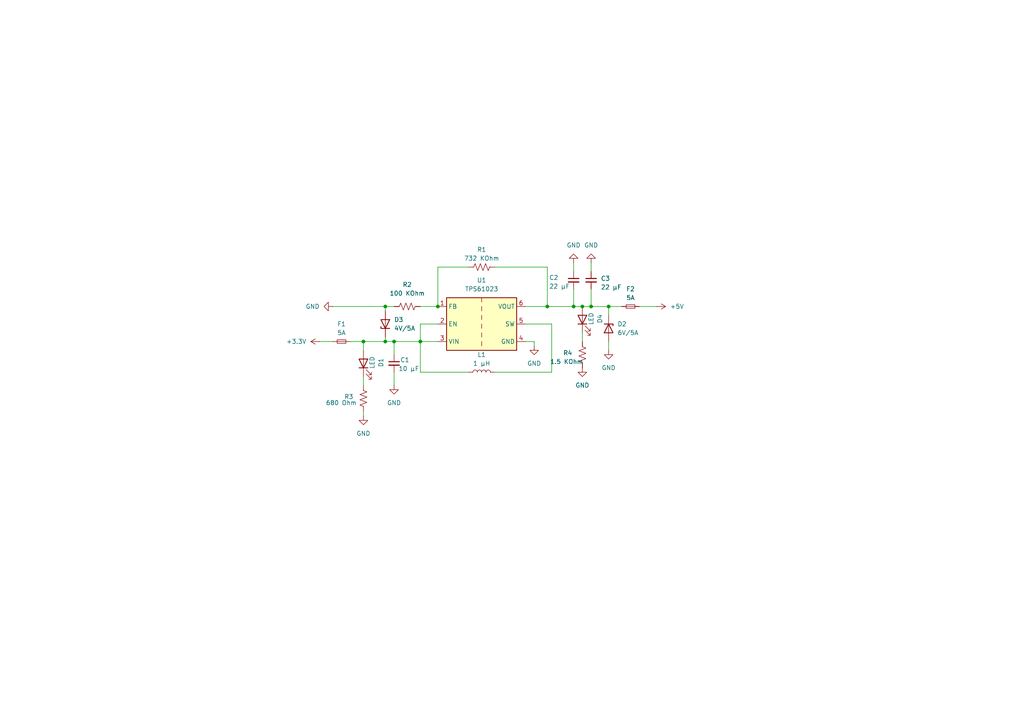
<source format=kicad_sch>
(kicad_sch (version 20250114) (generator "eeschema") (generator_version "9.0")
  (paper "A4")
  (title_block (title "PCI2USB") (date "2025-10-13") (rev "1.0.0") (company "3mdeb Sp. z o.o") (comment 1 "USB Power") (comment 2 "Jakub Sobota"))
  (lib_symbols
    (symbol "Device:C_Small" (pin_numbers (hide yes)) (pin_names (offset 0.254) (hide yes))
      (property "Reference" "C" (at 0.254 1.778 0))
      (property "Value" "C_Small" (at 0.254 -2.032 0))
      (symbol "C_Small_0_1"
        (polyline (pts (xy -1.524 0.508) (xy 1.524 0.508)) (stroke (width 0.3048)))
        (polyline (pts (xy -1.524 -0.508) (xy 1.524 -0.508)) (stroke (width 0.3302)))
      )
      (symbol "C_Small_1_1"
        (pin passive line (at 0 2.54 270) (length 2.032) (name "~") (number "1"))
        (pin passive line (at 0 -2.54 90) (length 2.032) (name "~") (number "2"))
      )
    )
    (symbol "Device:Fuse_Small" (pin_numbers (hide yes)) (pin_names (offset 0.254) (hide yes))
      (property "Reference" "F" (at 0 -1.524 0))
      (property "Value" "Fuse_Small" (at 0 1.524 0))
      (symbol "Fuse_Small_0_1"
        (rectangle (start -1.27 0.508) (end 1.27 -0.508))
        (polyline (pts (xy -1.27 0) (xy 1.27 0)))
      )
      (symbol "Fuse_Small_1_1"
        (pin passive line (at -2.54 0 0) (length 1.27) (name "~") (number "1"))
        (pin passive line (at 2.54 0 180) (length 1.27) (name "~") (number "2"))
      )
    )
    (symbol "Device:L" (pin_numbers (hide yes)) (pin_names (offset 1.016) (hide yes))
      (property "Reference" "L" (at -1.27 0 90))
      (property "Value" "L" (at 1.905 0 90))
      (symbol "L_0_1"
        (arc (start 0 2.54) (mid 0.6323 1.905) (end 0 1.27))
        (arc (start 0 1.27) (mid 0.6323 0.635) (end 0 0))
        (arc (start 0 0) (mid 0.6323 -0.635) (end 0 -1.27))
        (arc (start 0 -1.27) (mid 0.6323 -1.905) (end 0 -2.54))
      )
      (symbol "L_1_1"
        (pin passive line (at 0 3.81 270) (length 1.27) (name "1") (number "1"))
        (pin passive line (at 0 -3.81 90) (length 1.27) (name "2") (number "2"))
      )
    )
    (symbol "Device:LED" (pin_numbers (hide yes)) (pin_names (offset 1.016) (hide yes))
      (property "Reference" "D" (at 0 2.54 0))
      (property "Value" "LED" (at 0 -2.54 0))
      (symbol "LED_0_1"
        (polyline (pts (xy -3.048 -0.762) (xy -4.572 -2.286) (xy -3.81 -2.286) (xy -4.572 -2.286) (xy -4.572 -1.524)))
        (polyline (pts (xy -1.778 -0.762) (xy -3.302 -2.286) (xy -2.54 -2.286) (xy -3.302 -2.286) (xy -3.302 -1.524)))
        (polyline (pts (xy -1.27 0) (xy 1.27 0)))
        (polyline (pts (xy -1.27 -1.27) (xy -1.27 1.27)) (stroke (width 0.254)))
        (polyline (pts (xy 1.27 -1.27) (xy 1.27 1.27) (xy -1.27 0) (xy 1.27 -1.27)) (stroke (width 0.254)))
      )
      (symbol "LED_1_1"
        (pin passive line (at -3.81 0 0) (length 2.54) (name "K") (number "1"))
        (pin passive line (at 3.81 0 180) (length 2.54) (name "A") (number "2"))
      )
    )
    (symbol "Device:R_US" (pin_numbers (hide yes)) (pin_names (offset 0))
      (property "Reference" "R" (at 2.54 0 90))
      (property "Value" "R_US" (at -2.54 0 90))
      (symbol "R_US_0_1"
        (polyline (pts (xy 0 2.286) (xy 0 2.54)))
        (polyline (pts (xy 0 2.286) (xy 1.016 1.905) (xy 0 1.524) (xy -1.016 1.143) (xy 0 0.762)))
        (polyline (pts (xy 0 0.762) (xy 1.016 0.381) (xy 0 0) (xy -1.016 -0.381) (xy 0 -0.762)))
        (polyline (pts (xy 0 -0.762) (xy 1.016 -1.143) (xy 0 -1.524) (xy -1.016 -1.905) (xy 0 -2.286)))
        (polyline (pts (xy 0 -2.286) (xy 0 -2.54)))
      )
      (symbol "R_US_1_1"
        (pin passive line (at 0 3.81 270) (length 1.27) (name "~") (number "1"))
        (pin passive line (at 0 -3.81 90) (length 1.27) (name "~") (number "2"))
      )
    )
    (symbol "Diode:PTVS5V0Z1USK" (pin_numbers (hide yes)) (pin_names (hide yes))
      (property "Reference" "D" (at 0 2.54 0))
      (property "Value" "PTVS5V0Z1USK" (at 0 -2.54 0))
      (symbol "PTVS5V0Z1USK_0_1"
        (polyline (pts (xy -1.27 -1.27) (xy -1.27 1.27) (xy -0.762 1.27)) (stroke (width 0.254)))
        (polyline (pts (xy 1.27 0) (xy -1.27 0)))
        (polyline (pts (xy 1.27 -1.27) (xy 1.27 1.27) (xy -1.27 0) (xy 1.27 -1.27)) (stroke (width 0.254)))
      )
      (symbol "PTVS5V0Z1USK_1_1"
        (pin passive line (at -3.81 0 0) (length 2.54) (name "K") (number "1"))
        (pin passive line (at 3.81 0 180) (length 2.54) (name "A") (number "2"))
      )
    )
    (symbol "TPS61023:TPS61023"
      (property "Reference" "U" (at 0 11.43 0))
      (property "Value" "TPS61023" (at 0 8.89 0))
      (symbol "TPS61023_0_1"
        (rectangle (start -10.16 7.62) (end 10.16 -7.62) (stroke (width 0.254)) (fill (type background)))
        (polyline (pts (xy 0 7.62) (xy 0 6.35)))
        (polyline (pts (xy 0 5.08) (xy 0 3.81)))
        (polyline (pts (xy 0 2.54) (xy 0 1.27)))
        (polyline (pts (xy 0 0) (xy 0 -1.27)))
        (polyline (pts (xy 0 -2.54) (xy 0 -3.81)))
        (polyline (pts (xy 0 -5.08) (xy 0 -6.35)))
      )
      (symbol "TPS61023_1_1"
        (pin input line (at -12.7 5.08 0) (length 2.54) (name "FB") (number "1"))
        (pin input line (at -12.7 0 0) (length 2.54) (name "EN") (number "2"))
        (pin power_in line (at -12.7 -5.08 0) (length 2.54) (name "VIN") (number "3"))
        (pin power_out line (at 12.7 5.08 180) (length 2.54) (name "VOUT") (number "6"))
        (pin input line (at 12.7 0 180) (length 2.54) (name "SW") (number "5"))
        (pin power_in line (at 12.7 -5.08 180) (length 2.54) (name "GND") (number "4"))
      )
    )
    (symbol "power:+3.3V" (power) (pin_numbers (hide yes)) (pin_names (offset 0) (hide yes))
      (property "Value" "+3.3V" (at 0 3.556 0))
      (symbol "+3.3V_0_1"
        (polyline (pts (xy -0.762 1.27) (xy 0 2.54)))
        (polyline (pts (xy 0 2.54) (xy 0.762 1.27)))
        (polyline (pts (xy 0 0) (xy 0 2.54)))
      )
      (symbol "+3.3V_1_1"
        (pin power_in line (at 0 0 90) (length 0) (name "~") (number "1"))
      )
    )
    (symbol "power:+5V" (power) (pin_numbers (hide yes)) (pin_names (offset 0) (hide yes))
      (property "Value" "+5V" (at 0 3.556 0))
      (symbol "+5V_0_1"
        (polyline (pts (xy -0.762 1.27) (xy 0 2.54)))
        (polyline (pts (xy 0 2.54) (xy 0.762 1.27)))
        (polyline (pts (xy 0 0) (xy 0 2.54)))
      )
      (symbol "+5V_1_1"
        (pin power_in line (at 0 0 90) (length 0) (name "~") (number "1"))
      )
    )
    (symbol "power:GND" (power) (pin_numbers (hide yes)) (pin_names (offset 0) (hide yes))
      (property "Value" "GND" (at 0 -3.81 0))
      (symbol "GND_0_1"
        (polyline (pts (xy 0 0) (xy 0 -1.27) (xy 1.27 -1.27) (xy 0 -2.54) (xy -1.27 -1.27) (xy 0 -1.27)))
      )
      (symbol "GND_1_1"
        (pin power_in line (at 0 0 270) (length 0) (name "~") (number "1"))
      )
    )
  )
  (junction (at 176.53 88.9))
  (junction (at 158.75 88.9))
  (junction (at 111.76 99.06))
  (junction (at 121.92 99.06))
  (junction (at 114.3 99.06))
  (junction (at 105.41 99.06))
  (junction (at 171.45 88.9))
  (junction (at 127 88.9))
  (junction (at 111.76 88.9))
  (junction (at 166.37 88.9))
  (junction (at 168.91 88.9))
  (wire (pts (xy 160.02 107.95) (xy 160.02 93.98)))
  (wire (pts (xy 105.41 99.06) (xy 105.41 101.6)))
  (wire (pts (xy 127 88.9) (xy 127 77.47)))
  (wire (pts (xy 96.52 88.9) (xy 111.76 88.9)))
  (wire (pts (xy 176.53 88.9) (xy 180.34 88.9)))
  (wire (pts (xy 111.76 88.9) (xy 114.3 88.9)))
  (wire (pts (xy 135.89 107.95) (xy 121.92 107.95)))
  (wire (pts (xy 166.37 83.82) (xy 166.37 88.9)))
  (wire (pts (xy 143.51 107.95) (xy 160.02 107.95)))
  (wire (pts (xy 171.45 83.82) (xy 171.45 88.9)))
  (wire (pts (xy 111.76 99.06) (xy 114.3 99.06)))
  (wire (pts (xy 111.76 88.9) (xy 111.76 90.17)))
  (wire (pts (xy 158.75 88.9) (xy 166.37 88.9)))
  (wire (pts (xy 152.4 99.06) (xy 154.94 99.06)))
  (wire (pts (xy 114.3 107.95) (xy 114.3 111.76)))
  (wire (pts (xy 105.41 109.22) (xy 105.41 111.76)))
  (wire (pts (xy 168.91 88.9) (xy 171.45 88.9)))
  (wire (pts (xy 168.91 96.52) (xy 168.91 99.06)))
  (wire (pts (xy 121.92 93.98) (xy 121.92 99.06)))
  (wire (pts (xy 166.37 76.2) (xy 166.37 78.74)))
  (wire (pts (xy 176.53 99.06) (xy 176.53 101.6)))
  (wire (pts (xy 176.53 88.9) (xy 176.53 91.44)))
  (wire (pts (xy 114.3 99.06) (xy 121.92 99.06)))
  (wire (pts (xy 160.02 93.98) (xy 152.4 93.98)))
  (wire (pts (xy 185.42 88.9) (xy 190.5 88.9)))
  (wire (pts (xy 105.41 119.38) (xy 105.41 120.65)))
  (wire (pts (xy 121.92 88.9) (xy 127 88.9)))
  (wire (pts (xy 127 77.47) (xy 135.89 77.47)))
  (wire (pts (xy 171.45 76.2) (xy 171.45 78.74)))
  (wire (pts (xy 166.37 88.9) (xy 168.91 88.9)))
  (wire (pts (xy 121.92 99.06) (xy 127 99.06)))
  (wire (pts (xy 158.75 77.47) (xy 158.75 88.9)))
  (wire (pts (xy 114.3 99.06) (xy 114.3 102.87)))
  (wire (pts (xy 111.76 97.79) (xy 111.76 99.06)))
  (wire (pts (xy 92.71 99.06) (xy 96.52 99.06)))
  (wire (pts (xy 154.94 99.06) (xy 154.94 100.33)))
  (wire (pts (xy 171.45 88.9) (xy 176.53 88.9)))
  (wire (pts (xy 143.51 77.47) (xy 158.75 77.47)))
  (wire (pts (xy 121.92 107.95) (xy 121.92 99.06)))
  (wire (pts (xy 101.6 99.06) (xy 105.41 99.06)))
  (wire (pts (xy 105.41 99.06) (xy 111.76 99.06)))
  (wire (pts (xy 152.4 88.9) (xy 158.75 88.9)))
  (wire (pts (xy 127 93.98) (xy 121.92 93.98)))
  (symbol (lib_id "Device:L") (at 139.7 107.95 90) (unit 1)
    (property "Reference" "L1" (at 139.7 102.87 90))
    (property "Value" "1 μH" (at 139.7 105.41 90))
    (property "Footprint" "Inductor_SMD:L_Chilisin_BMRx00050515" (effects (hide yes)))
    (property "Datasheet" "https://www.mouser.pl/datasheet/3/508/1/BMRx_Series.pdf" (effects (hide yes)))
    (property "Description" "20%, 5A" (effects (hide yes)))
  )
  (symbol (lib_id "power:GND") (at 176.53 101.6 0) (unit 1)
    (property "Reference" "#PWR09" (effects (hide yes)))
    (property "Value" "GND" (at 176.53 106.68 0))
    (property "Description" "Power symbol creates a global label with name \"GND\" , ground" (effects (hide yes)))
  )
  (symbol (lib_id "power:GND") (at 171.45 76.2 180) (unit 1)
    (property "Reference" "#PWR08" (effects (hide yes)))
    (property "Value" "GND" (at 171.45 71.12 0))
    (property "Description" "Power symbol creates a global label with name \"GND\" , ground" (effects (hide yes)))
  )
  (symbol (lib_id "Device:R_US") (at 168.91 102.87 0) (unit 1)
    (property "Reference" "R4" (at 163.322 102.362 0) (effects (justify left)))
    (property "Value" "1.5 KOhm" (at 159.512 104.902 0) (effects (justify left)))
    (property "Footprint" "Resistor_SMD:R_0402_1005Metric_Pad0.72x0.64mm_HandSolder" (effects (hide yes)))
    (property "Datasheet" "https://www.vishay.com/docs/20035/dcrcwe3.pdf" (effects (hide yes)))
    (property "Description" "1%, 63mW" (effects (hide yes)))
  )
  (symbol (lib_id "Device:R_US") (at 105.41 115.57 0) (unit 1)
    (property "Reference" "R3" (at 99.822 115.062 0) (effects (justify left)))
    (property "Value" "680 Ohm" (at 94.488 116.84 0) (effects (justify left)))
    (property "Footprint" "Resistor_SMD:R_0402_1005Metric_Pad0.72x0.64mm_HandSolder" (effects (hide yes)))
    (property "Datasheet" "https://www.vishay.com/docs/20035/dcrcwe3.pdf" (effects (hide yes)))
    (property "Description" "1%, 63mW" (effects (hide yes)))
  )
  (symbol (lib_id "power:+5V") (at 190.5 88.9 270) (unit 1)
    (property "Reference" "#PWR010" (effects (hide yes)))
    (property "Value" "+5V" (at 194.31 88.8999 90) (effects (justify left)))
    (property "Description" "Power symbol creates a global label with name \"+5V\"" (effects (hide yes)))
  )
  (symbol (lib_id "power:GND") (at 168.91 106.68 0) (unit 1)
    (property "Reference" "#PWR07" (effects (hide yes)))
    (property "Value" "GND" (at 168.91 111.76 0))
    (property "Description" "Power symbol creates a global label with name \"GND\" , ground" (effects (hide yes)))
  )
  (symbol (lib_id "TPS61023:TPS61023") (at 139.7 93.98 0) (unit 1)
    (property "Reference" "U1" (at 139.7 81.28 0))
    (property "Value" "TPS61023" (at 139.7 83.82 0))
    (property "Footprint" "DC-DC_Converter:TPS61023" (effects (hide yes)))
    (property "Datasheet" "https://www.ti.com/lit/ds/symlink/tps61023.pdf" (effects (hide yes)))
    (property "Description" "3.7-A Boost Converter with 0.5-V Ultra-low Input Voltage" (effects (hide yes)))
  )
  (symbol (lib_id "Diode:PTVS5V0Z1USK") (at 111.76 93.98 90) (unit 1)
    (property "Reference" "D3" (at 114.3 92.7099 90) (effects (justify right)))
    (property "Value" "4V/5A" (at 114.3 95.2499 90) (effects (justify right)))
    (property "Footprint" "Diode_SMD:D_SOD-523" (effects (hide yes)))
    (property "Datasheet" "https://www.mouser.pl/datasheet/3/3736/1/3946363437334643344438333636453735383137424443343037353234384636.pdf" (effects (hide yes)))
    (property "Description" "4V/6.5V/5A" (effects (hide yes)))
  )
  (symbol (lib_id "Device:R_US") (at 118.11 88.9 90) (unit 1)
    (property "Reference" "R2" (at 118.11 82.55 90))
    (property "Value" "100 KOhm" (at 118.11 85.09 90))
    (property "Footprint" "Resistor_SMD:R_0603_1608Metric_Pad0.98x0.95mm_HandSolder" (effects (hide yes)))
    (property "Datasheet" "https://industrial.panasonic.com/cdbs/www-data/pdf/RDO0000/AOA0000C331.pdf" (effects (hide yes)))
    (property "Description" "1%, 200mW" (effects (hide yes)))
  )
  (symbol (lib_id "Device:LED") (at 168.91 92.71 90) (unit 1)
    (property "Reference" "D4" (at 173.99 92.456 0))
    (property "Value" "LED" (at 171.45 92.456 0))
    (property "Footprint" "LED_SMD:LED_0603_1608Metric_Pad1.05x0.95mm_HandSolder" (effects (hide yes)))
    (property "Datasheet" "https://www.mouser.pl/datasheet/3/308/1/APHD1608LSURCK.pdf" (effects (hide yes)))
    (property "Description" "RED Light emitting diode" (effects (hide yes)))
    (property "Sim.Pins" "1=K 2=A" (effects (hide yes)))
  )
  (symbol (lib_id "power:GND") (at 154.94 100.33 0) (unit 1)
    (property "Reference" "#PWR05" (effects (hide yes)))
    (property "Value" "GND" (at 154.94 105.41 0))
    (property "Description" "Power symbol creates a global label with name \"GND\" , ground" (effects (hide yes)))
  )
  (symbol (lib_id "power:GND") (at 105.41 120.65 0) (unit 1)
    (property "Reference" "#PWR03" (effects (hide yes)))
    (property "Value" "GND" (at 105.41 125.73 0))
    (property "Description" "Power symbol creates a global label with name \"GND\" , ground" (effects (hide yes)))
  )
  (symbol (lib_id "power:+3.3V") (at 92.71 99.06 90) (unit 1)
    (property "Reference" "#PWR01" (effects (hide yes)))
    (property "Value" "+3.3V" (at 88.9 99.0599 90) (effects (justify left)))
    (property "Description" "Power symbol creates a global label with name \"+3.3V\"" (effects (hide yes)))
  )
  (symbol (lib_id "Device:C_Small") (at 114.3 105.41 0) (unit 1)
    (property "Reference" "C1" (at 116.078 104.394 0) (effects (justify left)))
    (property "Value" "10 μF" (at 115.57 106.934 0) (effects (justify left)))
    (property "Footprint" "Capacitor_SMD:C_0805_2012Metric_Pad1.18x1.45mm_HandSolder" (effects (hide yes)))
    (property "Datasheet" "https://search.murata.co.jp/Ceramy/image/img/A01X/G101/ENG/GRM21BR70J106KA73-01A.pdf" (effects (hide yes)))
    (property "Description" "X7R, 10%, 6.3V" (effects (hide yes)))
  )
  (symbol (lib_id "power:GND") (at 96.52 88.9 270) (unit 1)
    (property "Reference" "#PWR02" (effects (hide yes)))
    (property "Value" "GND" (at 92.71 88.8999 90) (effects (justify right)))
    (property "Description" "Power symbol creates a global label with name \"GND\" , ground" (effects (hide yes)))
  )
  (symbol (lib_id "Diode:PTVS5V0Z1USK") (at 176.53 95.25 270) (unit 1)
    (property "Reference" "D2" (at 179.07 93.9799 90) (effects (justify left)))
    (property "Value" "6V/5A" (at 179.07 96.5199 90) (effects (justify left)))
    (property "Footprint" "Diode_SMD:D_SOD-523" (effects (hide yes)))
    (property "Datasheet" "https://www.mouser.pl/datasheet/3/3736/1/FFA64C26C476D1F4CE6B232A1F1091977EEA37920C5E016FF7236D6CCD3F512B.pdf" (effects (hide yes)))
    (property "Description" "6V/9V/5A" (effects (hide yes)))
  )
  (symbol (lib_id "Device:R_US") (at 139.7 77.47 90) (unit 1)
    (property "Reference" "R1" (at 139.7 72.39 90))
    (property "Value" "732 KOhm" (at 139.7 74.93 90))
    (property "Footprint" "Resistor_SMD:R_0603_1608Metric_Pad0.98x0.95mm_HandSolder" (effects (hide yes)))
    (property "Datasheet" "https://industrial.panasonic.com/cdbs/www-data/pdf/RDO0000/AOA0000C331.pdf" (effects (hide yes)))
    (property "Description" "1%, 200mW" (effects (hide yes)))
  )
  (symbol (lib_id "Device:Fuse_Small") (at 99.06 99.06 0) (unit 1)
    (property "Reference" "F1" (at 99.06 93.98 0))
    (property "Value" "5A" (at 99.06 96.52 0))
    (property "Footprint" "Fuse:Fuse_0603_1608Metric_Pad1.05x0.95mm_HandSolder" (effects (hide yes)))
    (property "Datasheet" "https://www.vishay.com/docs/28747/mfuserie.pdf" (effects (hide yes)))
    (property "Description" "Fast Act Fuse" (effects (hide yes)))
  )
  (symbol (lib_id "power:GND") (at 166.37 76.2 180) (unit 1)
    (property "Reference" "#PWR06" (effects (hide yes)))
    (property "Value" "GND" (at 166.37 71.12 0))
    (property "Description" "Power symbol creates a global label with name \"GND\" , ground" (effects (hide yes)))
  )
  (symbol (lib_id "Device:Fuse_Small") (at 182.88 88.9 0) (unit 1)
    (property "Reference" "F2" (at 182.88 83.82 0))
    (property "Value" "5A" (at 182.88 86.36 0))
    (property "Footprint" "Fuse:Fuse_0603_1608Metric_Pad1.05x0.95mm_HandSolder" (effects (hide yes)))
    (property "Datasheet" "https://www.vishay.com/docs/28747/mfuserie.pdf" (effects (hide yes)))
    (property "Description" "Fast Act Fuse" (effects (hide yes)))
  )
  (symbol (lib_id "power:GND") (at 114.3 111.76 0) (unit 1)
    (property "Reference" "#PWR04" (effects (hide yes)))
    (property "Value" "GND" (at 114.3 116.84 0))
    (property "Description" "Power symbol creates a global label with name \"GND\" , ground" (effects (hide yes)))
  )
  (symbol (lib_id "Device:C_Small") (at 166.37 81.28 0) (unit 1)
    (property "Reference" "C2" (at 159.258 80.518 0) (effects (justify left)))
    (property "Value" "22 μF" (at 159.258 83.058 0) (effects (justify left)))
    (property "Footprint" "Capacitor_SMD:C_0805_2012Metric_Pad1.18x1.45mm_HandSolder" (effects (hide yes)))
    (property "Datasheet" "https://www.samsungsem.com/resources/file/global/support/product_catalog/MLCC.pdf" (effects (hide yes)))
    (property "Description" "X5R, 10%, 6.3V" (effects (hide yes)))
  )
  (symbol (lib_id "Device:LED") (at 105.41 105.41 90) (unit 1)
    (property "Reference" "D1" (at 110.49 105.156 0))
    (property "Value" "LED" (at 107.95 105.156 0))
    (property "Footprint" "LED_SMD:LED_0603_1608Metric_Pad1.05x0.95mm_HandSolder" (effects (hide yes)))
    (property "Datasheet" "https://www.mouser.pl/datasheet/3/308/1/APHD1608LCGCK.pdf" (effects (hide yes)))
    (property "Description" "GREEN Light emitting diode" (effects (hide yes)))
    (property "Sim.Pins" "1=K 2=A" (effects (hide yes)))
  )
  (symbol (lib_id "Device:C_Small") (at 171.45 81.28 0) (unit 1)
    (property "Reference" "C3" (at 174.244 80.772 0) (effects (justify left)))
    (property "Value" "22 μF" (at 174.244 83.312 0) (effects (justify left)))
    (property "Footprint" "Capacitor_SMD:C_0805_2012Metric_Pad1.18x1.45mm_HandSolder" (effects (hide yes)))
    (property "Datasheet" "https://www.samsungsem.com/resources/file/global/support/product_catalog/MLCC.pdf" (effects (hide yes)))
    (property "Description" "X5R, 10%, 6.3V" (effects (hide yes)))
  )
)
</source>
